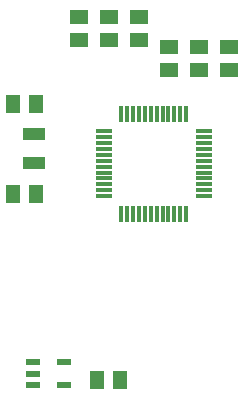
<source format=gbr>
G04 EAGLE Gerber RS-274X export*
G75*
%MOMM*%
%FSLAX34Y34*%
%LPD*%
%INSolderpaste Top*%
%IPPOS*%
%AMOC8*
5,1,8,0,0,1.08239X$1,22.5*%
G01*
%ADD10R,1.300000X1.500000*%
%ADD11R,1.500000X1.300000*%
%ADD12R,1.200000X0.550000*%
%ADD13R,1.475000X0.300000*%
%ADD14R,0.300000X1.475000*%
%ADD15R,1.900000X1.100000*%


D10*
X166980Y292100D03*
X147980Y292100D03*
X166980Y215900D03*
X147980Y215900D03*
D11*
X228600Y346100D03*
X228600Y365100D03*
D10*
X219100Y58420D03*
X238100Y58420D03*
D11*
X203200Y346100D03*
X203200Y365100D03*
X279400Y320700D03*
X279400Y339700D03*
X254000Y346100D03*
X254000Y365100D03*
D12*
X164799Y73000D03*
X164799Y63500D03*
X164799Y54000D03*
X190801Y54000D03*
X190801Y73000D03*
D13*
X224320Y268800D03*
X224320Y263800D03*
X224320Y258800D03*
X224320Y253800D03*
X224320Y248800D03*
X224320Y243800D03*
X224320Y238800D03*
X224320Y233800D03*
X224320Y228800D03*
X224320Y223800D03*
X224320Y218800D03*
X224320Y213800D03*
D14*
X239200Y198920D03*
X244200Y198920D03*
X249200Y198920D03*
X254200Y198920D03*
X259200Y198920D03*
X264200Y198920D03*
X269200Y198920D03*
X274200Y198920D03*
X279200Y198920D03*
X284200Y198920D03*
X289200Y198920D03*
X294200Y198920D03*
D13*
X309080Y213800D03*
X309080Y218800D03*
X309080Y223800D03*
X309080Y228800D03*
X309080Y233800D03*
X309080Y238800D03*
X309080Y243800D03*
X309080Y248800D03*
X309080Y253800D03*
X309080Y258800D03*
X309080Y263800D03*
X309080Y268800D03*
D14*
X294200Y283680D03*
X289200Y283680D03*
X284200Y283680D03*
X279200Y283680D03*
X274200Y283680D03*
X269200Y283680D03*
X264200Y283680D03*
X259200Y283680D03*
X254200Y283680D03*
X249200Y283680D03*
X244200Y283680D03*
X239200Y283680D03*
D11*
X330200Y320700D03*
X330200Y339700D03*
X304800Y339700D03*
X304800Y320700D03*
D15*
X165100Y266500D03*
X165100Y241500D03*
M02*

</source>
